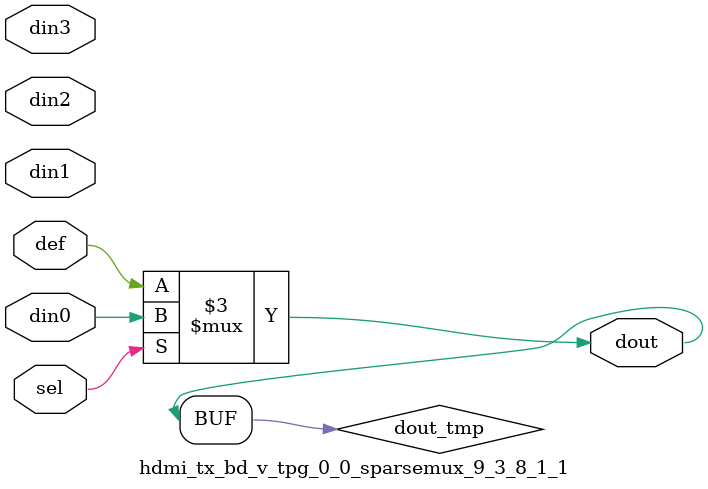
<source format=v>
`timescale 1ns / 1ps

(* DowngradeIPIdentifiedWarnings="yes" *) module hdmi_tx_bd_v_tpg_0_0_sparsemux_9_3_8_1_1 (din0,din1,din2,din3,def,sel,dout);

parameter din0_WIDTH = 1;

parameter din1_WIDTH = 1;

parameter din2_WIDTH = 1;

parameter din3_WIDTH = 1;

parameter def_WIDTH = 1;
parameter sel_WIDTH = 1;
parameter dout_WIDTH = 1;

parameter [sel_WIDTH-1:0] CASE0 = 1;

parameter [sel_WIDTH-1:0] CASE1 = 1;

parameter [sel_WIDTH-1:0] CASE2 = 1;

parameter [sel_WIDTH-1:0] CASE3 = 1;

parameter ID = 1;
parameter NUM_STAGE = 1;



input [din0_WIDTH-1:0] din0;

input [din1_WIDTH-1:0] din1;

input [din2_WIDTH-1:0] din2;

input [din3_WIDTH-1:0] din3;

input [def_WIDTH-1:0] def;
input [sel_WIDTH-1:0] sel;

output [dout_WIDTH-1:0] dout;



reg [dout_WIDTH-1:0] dout_tmp;


always @ (*) begin
(* parallel_case *) case (sel)
    
    CASE0 : dout_tmp = din0;
    
    CASE1 : dout_tmp = din1;
    
    CASE2 : dout_tmp = din2;
    
    CASE3 : dout_tmp = din3;
    
    default : dout_tmp = def;
endcase
end


assign dout = dout_tmp;



endmodule

</source>
